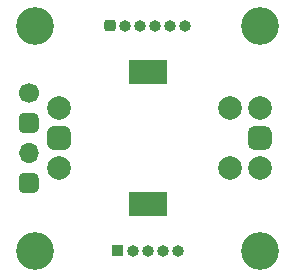
<source format=gbs>
%TF.GenerationSoftware,KiCad,Pcbnew,5.99.0+really5.1.10+dfsg1-1*%
%TF.CreationDate,2021-06-06T12:48:15-04:00*%
%TF.ProjectId,5x1_knob,3578315f-6b6e-46f6-922e-6b696361645f,rev?*%
%TF.SameCoordinates,Original*%
%TF.FileFunction,Soldermask,Bot*%
%TF.FilePolarity,Negative*%
%FSLAX46Y46*%
G04 Gerber Fmt 4.6, Leading zero omitted, Abs format (unit mm)*
G04 Created by KiCad (PCBNEW 5.99.0+really5.1.10+dfsg1-1) date 2021-06-06 12:48:15*
%MOMM*%
%LPD*%
G01*
G04 APERTURE LIST*
%ADD10C,2.000000*%
%ADD11R,3.200001X2.000000*%
%ADD12O,1.700000X1.700000*%
%ADD13C,1.700000*%
%ADD14O,1.000000X1.000000*%
%ADD15C,3.200000*%
G04 APERTURE END LIST*
%TO.C,SW_1*%
G36*
G01*
X21136500Y-13136500D02*
X21136500Y-12136500D01*
G75*
G02*
X21636500Y-11636500I500000J0D01*
G01*
X22636500Y-11636500D01*
G75*
G02*
X23136500Y-12136500I0J-500000D01*
G01*
X23136500Y-13136500D01*
G75*
G02*
X22636500Y-13636500I-500000J0D01*
G01*
X21636500Y-13636500D01*
G75*
G02*
X21136500Y-13136500I0J500000D01*
G01*
G37*
D10*
X22136500Y-15136500D03*
X22136500Y-10136500D03*
X19636500Y-15136500D03*
X19636500Y-10136500D03*
D11*
X12636500Y-18236500D03*
X12636500Y-7036500D03*
D10*
X5136500Y-15136500D03*
G36*
G01*
X4136500Y-13136500D02*
X4136500Y-12136500D01*
G75*
G02*
X4636500Y-11636500I500000J0D01*
G01*
X5636500Y-11636500D01*
G75*
G02*
X6136500Y-12136500I0J-500000D01*
G01*
X6136500Y-13136500D01*
G75*
G02*
X5636500Y-13636500I-500000J0D01*
G01*
X4636500Y-13636500D01*
G75*
G02*
X4136500Y-13136500I0J500000D01*
G01*
G37*
X5136500Y-10136500D03*
%TD*%
%TO.C,SW_2*%
G36*
G01*
X1723000Y-16871500D02*
X1723000Y-16021500D01*
G75*
G02*
X2148000Y-15596500I425000J0D01*
G01*
X2998000Y-15596500D01*
G75*
G02*
X3423000Y-16021500I0J-425000D01*
G01*
X3423000Y-16871500D01*
G75*
G02*
X2998000Y-17296500I-425000J0D01*
G01*
X2148000Y-17296500D01*
G75*
G02*
X1723000Y-16871500I0J425000D01*
G01*
G37*
D12*
X2573000Y-13906500D03*
G36*
G01*
X1723000Y-11791500D02*
X1723000Y-10941500D01*
G75*
G02*
X2148000Y-10516500I425000J0D01*
G01*
X2998000Y-10516500D01*
G75*
G02*
X3423000Y-10941500I0J-425000D01*
G01*
X3423000Y-11791500D01*
G75*
G02*
X2998000Y-12216500I-425000J0D01*
G01*
X2148000Y-12216500D01*
G75*
G02*
X1723000Y-11791500I0J425000D01*
G01*
G37*
D13*
X2573000Y-8826500D03*
%TD*%
D14*
%TO.C,J_2*%
X15176500Y-22161500D03*
X13906500Y-22161500D03*
X12636500Y-22161500D03*
X11366500Y-22161500D03*
G36*
G01*
X10346500Y-22661500D02*
X9846500Y-22661500D01*
G75*
G02*
X9596500Y-22411500I0J250000D01*
G01*
X9596500Y-21911500D01*
G75*
G02*
X9846500Y-21661500I250000J0D01*
G01*
X10346500Y-21661500D01*
G75*
G02*
X10596500Y-21911500I0J-250000D01*
G01*
X10596500Y-22411500D01*
G75*
G02*
X10346500Y-22661500I-250000J0D01*
G01*
G37*
%TD*%
%TO.C,J_1*%
X15811500Y-3111500D03*
X14541500Y-3111500D03*
X13271500Y-3111500D03*
X12001500Y-3111500D03*
X10731500Y-3111500D03*
G36*
G01*
X9711500Y-3611500D02*
X9211500Y-3611500D01*
G75*
G02*
X8961500Y-3361500I0J250000D01*
G01*
X8961500Y-2861500D01*
G75*
G02*
X9211500Y-2611500I250000J0D01*
G01*
X9711500Y-2611500D01*
G75*
G02*
X9961500Y-2861500I0J-250000D01*
G01*
X9961500Y-3361500D01*
G75*
G02*
X9711500Y-3611500I-250000J0D01*
G01*
G37*
%TD*%
D15*
%TO.C,REF\u002A\u002A*%
X22161500Y-3111500D03*
%TD*%
%TO.C,REF\u002A\u002A*%
X3111500Y-3111500D03*
%TD*%
%TO.C,REF\u002A\u002A*%
X3111500Y-22161500D03*
%TD*%
%TO.C,REF\u002A\u002A*%
X22161500Y-22161500D03*
%TD*%
M02*

</source>
